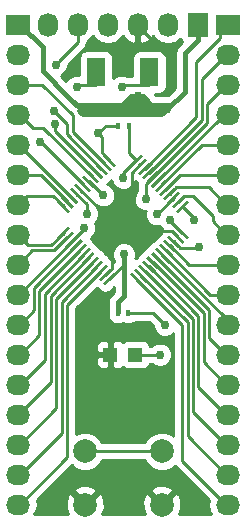
<source format=gtl>
G04 #@! TF.FileFunction,Copper,L1,Top,Signal*
%FSLAX46Y46*%
G04 Gerber Fmt 4.6, Leading zero omitted, Abs format (unit mm)*
G04 Created by KiCad (PCBNEW 4.0.4+e1-6308~48~ubuntu16.04.1-stable) date Wed Oct 26 20:07:28 2016*
%MOMM*%
%LPD*%
G01*
G04 APERTURE LIST*
%ADD10C,0.101600*%
%ADD11R,1.727200X2.032000*%
%ADD12O,1.727200X2.032000*%
%ADD13R,1.600200X2.400300*%
%ADD14C,2.000000*%
%ADD15R,2.032000X1.727200*%
%ADD16O,2.032000X1.727200*%
%ADD17R,0.400000X0.600000*%
%ADD18R,1.198880X1.198880*%
%ADD19C,0.762000*%
%ADD20C,0.254000*%
%ADD21C,0.400000*%
%ADD22C,0.500000*%
G04 APERTURE END LIST*
D10*
D11*
X198120000Y-81280000D03*
D12*
X195580000Y-81280000D03*
X193040000Y-81280000D03*
X190500000Y-81280000D03*
X187960000Y-81280000D03*
X185420000Y-81280000D03*
D13*
X189519560Y-85300000D03*
X194020440Y-85300000D03*
D10*
G36*
X190090621Y-92398311D02*
X190267398Y-92221534D01*
X191186637Y-93140773D01*
X191009860Y-93317550D01*
X190090621Y-92398311D01*
X190090621Y-92398311D01*
G37*
G36*
X189737068Y-92751864D02*
X189913845Y-92575087D01*
X190833084Y-93494326D01*
X190656307Y-93671103D01*
X189737068Y-92751864D01*
X189737068Y-92751864D01*
G37*
G36*
X189383514Y-93105418D02*
X189560291Y-92928641D01*
X190479530Y-93847880D01*
X190302753Y-94024657D01*
X189383514Y-93105418D01*
X189383514Y-93105418D01*
G37*
G36*
X189029961Y-93458971D02*
X189206738Y-93282194D01*
X190125977Y-94201433D01*
X189949200Y-94378210D01*
X189029961Y-93458971D01*
X189029961Y-93458971D01*
G37*
G36*
X188676408Y-93812524D02*
X188853185Y-93635747D01*
X189772424Y-94554986D01*
X189595647Y-94731763D01*
X188676408Y-93812524D01*
X188676408Y-93812524D01*
G37*
G36*
X188322854Y-94166078D02*
X188499631Y-93989301D01*
X189418870Y-94908540D01*
X189242093Y-95085317D01*
X188322854Y-94166078D01*
X188322854Y-94166078D01*
G37*
G36*
X187969301Y-94519631D02*
X188146078Y-94342854D01*
X189065317Y-95262093D01*
X188888540Y-95438870D01*
X187969301Y-94519631D01*
X187969301Y-94519631D01*
G37*
G36*
X187615747Y-94873185D02*
X187792524Y-94696408D01*
X188711763Y-95615647D01*
X188534986Y-95792424D01*
X187615747Y-94873185D01*
X187615747Y-94873185D01*
G37*
G36*
X187262194Y-95226738D02*
X187438971Y-95049961D01*
X188358210Y-95969200D01*
X188181433Y-96145977D01*
X187262194Y-95226738D01*
X187262194Y-95226738D01*
G37*
G36*
X186908641Y-95580291D02*
X187085418Y-95403514D01*
X188004657Y-96322753D01*
X187827880Y-96499530D01*
X186908641Y-95580291D01*
X186908641Y-95580291D01*
G37*
G36*
X186555087Y-95933845D02*
X186731864Y-95757068D01*
X187651103Y-96676307D01*
X187474326Y-96853084D01*
X186555087Y-95933845D01*
X186555087Y-95933845D01*
G37*
G36*
X186201534Y-96287398D02*
X186378311Y-96110621D01*
X187297550Y-97029860D01*
X187120773Y-97206637D01*
X186201534Y-96287398D01*
X186201534Y-96287398D01*
G37*
G36*
X186378311Y-99469379D02*
X186201534Y-99292602D01*
X187120773Y-98373363D01*
X187297550Y-98550140D01*
X186378311Y-99469379D01*
X186378311Y-99469379D01*
G37*
G36*
X186731864Y-99822932D02*
X186555087Y-99646155D01*
X187474326Y-98726916D01*
X187651103Y-98903693D01*
X186731864Y-99822932D01*
X186731864Y-99822932D01*
G37*
G36*
X187085418Y-100176486D02*
X186908641Y-99999709D01*
X187827880Y-99080470D01*
X188004657Y-99257247D01*
X187085418Y-100176486D01*
X187085418Y-100176486D01*
G37*
G36*
X187438971Y-100530039D02*
X187262194Y-100353262D01*
X188181433Y-99434023D01*
X188358210Y-99610800D01*
X187438971Y-100530039D01*
X187438971Y-100530039D01*
G37*
G36*
X187792524Y-100883592D02*
X187615747Y-100706815D01*
X188534986Y-99787576D01*
X188711763Y-99964353D01*
X187792524Y-100883592D01*
X187792524Y-100883592D01*
G37*
G36*
X188146078Y-101237146D02*
X187969301Y-101060369D01*
X188888540Y-100141130D01*
X189065317Y-100317907D01*
X188146078Y-101237146D01*
X188146078Y-101237146D01*
G37*
G36*
X188499631Y-101590699D02*
X188322854Y-101413922D01*
X189242093Y-100494683D01*
X189418870Y-100671460D01*
X188499631Y-101590699D01*
X188499631Y-101590699D01*
G37*
G36*
X188853185Y-101944253D02*
X188676408Y-101767476D01*
X189595647Y-100848237D01*
X189772424Y-101025014D01*
X188853185Y-101944253D01*
X188853185Y-101944253D01*
G37*
G36*
X189206738Y-102297806D02*
X189029961Y-102121029D01*
X189949200Y-101201790D01*
X190125977Y-101378567D01*
X189206738Y-102297806D01*
X189206738Y-102297806D01*
G37*
G36*
X189560291Y-102651359D02*
X189383514Y-102474582D01*
X190302753Y-101555343D01*
X190479530Y-101732120D01*
X189560291Y-102651359D01*
X189560291Y-102651359D01*
G37*
G36*
X189913845Y-103004913D02*
X189737068Y-102828136D01*
X190656307Y-101908897D01*
X190833084Y-102085674D01*
X189913845Y-103004913D01*
X189913845Y-103004913D01*
G37*
G36*
X190267398Y-103358466D02*
X190090621Y-103181689D01*
X191009860Y-102262450D01*
X191186637Y-102439227D01*
X190267398Y-103358466D01*
X190267398Y-103358466D01*
G37*
G36*
X192353363Y-102439227D02*
X192530140Y-102262450D01*
X193449379Y-103181689D01*
X193272602Y-103358466D01*
X192353363Y-102439227D01*
X192353363Y-102439227D01*
G37*
G36*
X192706916Y-102085674D02*
X192883693Y-101908897D01*
X193802932Y-102828136D01*
X193626155Y-103004913D01*
X192706916Y-102085674D01*
X192706916Y-102085674D01*
G37*
G36*
X193060470Y-101732120D02*
X193237247Y-101555343D01*
X194156486Y-102474582D01*
X193979709Y-102651359D01*
X193060470Y-101732120D01*
X193060470Y-101732120D01*
G37*
G36*
X193414023Y-101378567D02*
X193590800Y-101201790D01*
X194510039Y-102121029D01*
X194333262Y-102297806D01*
X193414023Y-101378567D01*
X193414023Y-101378567D01*
G37*
G36*
X193767576Y-101025014D02*
X193944353Y-100848237D01*
X194863592Y-101767476D01*
X194686815Y-101944253D01*
X193767576Y-101025014D01*
X193767576Y-101025014D01*
G37*
G36*
X194121130Y-100671460D02*
X194297907Y-100494683D01*
X195217146Y-101413922D01*
X195040369Y-101590699D01*
X194121130Y-100671460D01*
X194121130Y-100671460D01*
G37*
G36*
X194474683Y-100317907D02*
X194651460Y-100141130D01*
X195570699Y-101060369D01*
X195393922Y-101237146D01*
X194474683Y-100317907D01*
X194474683Y-100317907D01*
G37*
G36*
X194828237Y-99964353D02*
X195005014Y-99787576D01*
X195924253Y-100706815D01*
X195747476Y-100883592D01*
X194828237Y-99964353D01*
X194828237Y-99964353D01*
G37*
G36*
X195181790Y-99610800D02*
X195358567Y-99434023D01*
X196277806Y-100353262D01*
X196101029Y-100530039D01*
X195181790Y-99610800D01*
X195181790Y-99610800D01*
G37*
G36*
X195535343Y-99257247D02*
X195712120Y-99080470D01*
X196631359Y-99999709D01*
X196454582Y-100176486D01*
X195535343Y-99257247D01*
X195535343Y-99257247D01*
G37*
G36*
X195888897Y-98903693D02*
X196065674Y-98726916D01*
X196984913Y-99646155D01*
X196808136Y-99822932D01*
X195888897Y-98903693D01*
X195888897Y-98903693D01*
G37*
G36*
X196242450Y-98550140D02*
X196419227Y-98373363D01*
X197338466Y-99292602D01*
X197161689Y-99469379D01*
X196242450Y-98550140D01*
X196242450Y-98550140D01*
G37*
G36*
X196419227Y-97206637D02*
X196242450Y-97029860D01*
X197161689Y-96110621D01*
X197338466Y-96287398D01*
X196419227Y-97206637D01*
X196419227Y-97206637D01*
G37*
G36*
X196065674Y-96853084D02*
X195888897Y-96676307D01*
X196808136Y-95757068D01*
X196984913Y-95933845D01*
X196065674Y-96853084D01*
X196065674Y-96853084D01*
G37*
G36*
X195712120Y-96499530D02*
X195535343Y-96322753D01*
X196454582Y-95403514D01*
X196631359Y-95580291D01*
X195712120Y-96499530D01*
X195712120Y-96499530D01*
G37*
G36*
X195358567Y-96145977D02*
X195181790Y-95969200D01*
X196101029Y-95049961D01*
X196277806Y-95226738D01*
X195358567Y-96145977D01*
X195358567Y-96145977D01*
G37*
G36*
X195005014Y-95792424D02*
X194828237Y-95615647D01*
X195747476Y-94696408D01*
X195924253Y-94873185D01*
X195005014Y-95792424D01*
X195005014Y-95792424D01*
G37*
G36*
X194651460Y-95438870D02*
X194474683Y-95262093D01*
X195393922Y-94342854D01*
X195570699Y-94519631D01*
X194651460Y-95438870D01*
X194651460Y-95438870D01*
G37*
G36*
X194297907Y-95085317D02*
X194121130Y-94908540D01*
X195040369Y-93989301D01*
X195217146Y-94166078D01*
X194297907Y-95085317D01*
X194297907Y-95085317D01*
G37*
G36*
X193944353Y-94731763D02*
X193767576Y-94554986D01*
X194686815Y-93635747D01*
X194863592Y-93812524D01*
X193944353Y-94731763D01*
X193944353Y-94731763D01*
G37*
G36*
X193590800Y-94378210D02*
X193414023Y-94201433D01*
X194333262Y-93282194D01*
X194510039Y-93458971D01*
X193590800Y-94378210D01*
X193590800Y-94378210D01*
G37*
G36*
X193237247Y-94024657D02*
X193060470Y-93847880D01*
X193979709Y-92928641D01*
X194156486Y-93105418D01*
X193237247Y-94024657D01*
X193237247Y-94024657D01*
G37*
G36*
X192883693Y-93671103D02*
X192706916Y-93494326D01*
X193626155Y-92575087D01*
X193802932Y-92751864D01*
X192883693Y-93671103D01*
X192883693Y-93671103D01*
G37*
G36*
X192530140Y-93317550D02*
X192353363Y-93140773D01*
X193272602Y-92221534D01*
X193449379Y-92398311D01*
X192530140Y-93317550D01*
X192530140Y-93317550D01*
G37*
D14*
X195072000Y-117420000D03*
X195072000Y-121920000D03*
X188572000Y-117420000D03*
X188572000Y-121920000D03*
D15*
X182880000Y-81280000D03*
D16*
X182880000Y-83820000D03*
X182880000Y-86360000D03*
X182880000Y-88900000D03*
X182880000Y-91440000D03*
X182880000Y-93980000D03*
X182880000Y-96520000D03*
X182880000Y-99060000D03*
X182880000Y-101600000D03*
X182880000Y-104140000D03*
X182880000Y-106680000D03*
X182880000Y-109220000D03*
X182880000Y-111760000D03*
X182880000Y-114300000D03*
X182880000Y-116840000D03*
X182880000Y-119380000D03*
X182880000Y-121920000D03*
D15*
X200660000Y-81280000D03*
D16*
X200660000Y-83820000D03*
X200660000Y-86360000D03*
X200660000Y-88900000D03*
X200660000Y-91440000D03*
X200660000Y-93980000D03*
X200660000Y-96520000D03*
X200660000Y-99060000D03*
X200660000Y-101600000D03*
X200660000Y-104140000D03*
X200660000Y-106680000D03*
X200660000Y-109220000D03*
X200660000Y-111760000D03*
X200660000Y-114300000D03*
X200660000Y-116840000D03*
X200660000Y-119380000D03*
X200660000Y-121920000D03*
D17*
X192250000Y-89850000D03*
X191350000Y-89850000D03*
X191320000Y-105664000D03*
X192220000Y-105664000D03*
D18*
X192819020Y-109220000D03*
X190720980Y-109220000D03*
D19*
X188700000Y-97300000D03*
X193025000Y-87325000D03*
X195525000Y-88450000D03*
X191850000Y-100730000D03*
X191810000Y-94250000D03*
X188620400Y-109220000D03*
X195834000Y-86614000D03*
X192531994Y-95758000D03*
X190410000Y-96960000D03*
X197800000Y-97850000D03*
X198200000Y-100150000D03*
X184775000Y-91200000D03*
X186075000Y-84675000D03*
X194680000Y-97350000D03*
X188484781Y-98523522D03*
X193701990Y-96062294D03*
X185950000Y-88625000D03*
X187850000Y-86580000D03*
X191680000Y-86530000D03*
X186000000Y-89700000D03*
X189700000Y-90500000D03*
X195326000Y-106680000D03*
X195790000Y-97820000D03*
X190120000Y-95740000D03*
X194919600Y-109220000D03*
D20*
X188700000Y-96487767D02*
X188700000Y-96761185D01*
X187810202Y-95597969D02*
X188700000Y-96487767D01*
X188700000Y-96761185D02*
X188700000Y-97300000D01*
D21*
X187050000Y-87330000D02*
X188100000Y-88380000D01*
X188100000Y-88380000D02*
X188100000Y-88600000D01*
D20*
X188170000Y-88450000D02*
X188170000Y-88595000D01*
D22*
X188170000Y-88595000D02*
X188425000Y-88850000D01*
X188425000Y-88850000D02*
X195125000Y-88850000D01*
X195125000Y-88850000D02*
X195525000Y-88450000D01*
D21*
X193025000Y-87325000D02*
X193450000Y-87325000D01*
X193450000Y-87325000D02*
X194175000Y-88050000D01*
X194175000Y-88050000D02*
X195775000Y-88050000D01*
X195775000Y-88050000D02*
X195775000Y-88200000D01*
X195775000Y-88200000D02*
X195525000Y-88450000D01*
X191900000Y-88075000D02*
X191900000Y-87900000D01*
X192471201Y-87328799D02*
X193021201Y-87328799D01*
X191900000Y-87900000D02*
X192471201Y-87328799D01*
D22*
X192500000Y-87950000D02*
X192325000Y-88125000D01*
X192325000Y-88125000D02*
X192100000Y-88125000D01*
X192100000Y-88125000D02*
X192150000Y-88175000D01*
X192150000Y-88175000D02*
X192925000Y-88175000D01*
X192900000Y-87850000D02*
X192125000Y-87850000D01*
D20*
X192125000Y-87850000D02*
X191900000Y-88075000D01*
D22*
X192950000Y-88150000D02*
X193825000Y-88150000D01*
X193825000Y-88150000D02*
X193900000Y-88225000D01*
X193900000Y-88225000D02*
X193775000Y-88225000D01*
X193775000Y-88225000D02*
X193300000Y-87750000D01*
D20*
X193375000Y-87850000D02*
X193375000Y-87825000D01*
X193375000Y-87825000D02*
X193300000Y-87750000D01*
X192925000Y-88175000D02*
X192950000Y-88150000D01*
X192938815Y-87950000D02*
X192500000Y-87950000D01*
X193025000Y-87325000D02*
X193025000Y-87863815D01*
D22*
X193025000Y-87325000D02*
X192644001Y-87705999D01*
D21*
X187048799Y-87328799D02*
X187795000Y-88075000D01*
X187795000Y-88075000D02*
X191900000Y-88075000D01*
X188170000Y-88450000D02*
X195500000Y-88450000D01*
X191850000Y-100730000D02*
X191850000Y-104275000D01*
X191850000Y-104275000D02*
X191325000Y-104800000D01*
X191325000Y-104800000D02*
X191325000Y-105575000D01*
D20*
X193021201Y-87328799D02*
X193025000Y-87325000D01*
X192250000Y-89975000D02*
X192250000Y-92118171D01*
X192250000Y-92118171D02*
X192901371Y-92769542D01*
D21*
X198120000Y-81280000D02*
X198120000Y-82550000D01*
X198120000Y-82550000D02*
X197000000Y-83670000D01*
X197000000Y-86975000D02*
X195525000Y-88450000D01*
X197000000Y-83670000D02*
X197000000Y-86975000D01*
D20*
X182880000Y-81280000D02*
X183032400Y-81280000D01*
D21*
X183032400Y-81280000D02*
X184970000Y-83217600D01*
X184970000Y-83217600D02*
X184970000Y-85250000D01*
X184970000Y-85250000D02*
X187048799Y-87328799D01*
D20*
X187048799Y-87328799D02*
X187048799Y-87371377D01*
X191850000Y-101268815D02*
X191850000Y-100730000D01*
X190638629Y-102810458D02*
X191850000Y-101599087D01*
X191850000Y-101599087D02*
X191850000Y-101268815D01*
X192901371Y-92769542D02*
X192900458Y-92769542D01*
X192900458Y-92769542D02*
X191810000Y-93860000D01*
X191810000Y-93860000D02*
X191810000Y-94250000D01*
X190720980Y-109220000D02*
X188620400Y-109220000D01*
X195834000Y-86075185D02*
X195834000Y-86614000D01*
X193040000Y-81280000D02*
X193040000Y-81432400D01*
X193040000Y-81432400D02*
X195834000Y-84226400D01*
X195834000Y-84226400D02*
X195834000Y-86075185D01*
X192531994Y-97551994D02*
X192531994Y-96296815D01*
X193724595Y-98744595D02*
X192531994Y-97551994D01*
X195906576Y-98744595D02*
X193724595Y-98744595D01*
X196436905Y-99274924D02*
X195906576Y-98744595D01*
X192531994Y-96296815D02*
X192531994Y-95758000D01*
X192531994Y-95219185D02*
X192531994Y-95758000D01*
X192531994Y-93846025D02*
X192531994Y-95219185D01*
X193254924Y-93123095D02*
X192531994Y-93846025D01*
X190809740Y-101932241D02*
X190809740Y-97359740D01*
X190285076Y-102456905D02*
X190809740Y-101932241D01*
X190809740Y-97359740D02*
X190790999Y-97340999D01*
X190790999Y-97340999D02*
X190410000Y-96960000D01*
X188163755Y-95244416D02*
X189879339Y-96960000D01*
X189879339Y-96960000D02*
X190410000Y-96960000D01*
X197800000Y-97668171D02*
X197800000Y-97850000D01*
X196790458Y-96658629D02*
X197800000Y-97668171D01*
X196083351Y-99628478D02*
X196613680Y-100158807D01*
X196613680Y-100158807D02*
X198191193Y-100158807D01*
X198191193Y-100158807D02*
X198200000Y-100150000D01*
X184826447Y-91200000D02*
X184775000Y-91200000D01*
X188517309Y-94890862D02*
X184826447Y-91200000D01*
X186455999Y-84294001D02*
X186075000Y-84675000D01*
X187960000Y-82790000D02*
X186455999Y-84294001D01*
X187960000Y-81280000D02*
X187960000Y-82790000D01*
X188572000Y-117420000D02*
X189986213Y-117420000D01*
X189986213Y-117420000D02*
X195072000Y-117420000D01*
X194684873Y-97350000D02*
X194680000Y-97350000D01*
X196083351Y-95951522D02*
X194684873Y-97350000D01*
X187456649Y-95951522D02*
X182945127Y-91440000D01*
X182945127Y-91440000D02*
X182880000Y-91440000D01*
X187103095Y-96298095D02*
X184805000Y-94000000D01*
X184805000Y-94000000D02*
X182900000Y-94000000D01*
X182900000Y-94000000D02*
X182880000Y-93980000D01*
X186749542Y-96658629D02*
X185848913Y-95758000D01*
X185848913Y-95758000D02*
X183642000Y-95758000D01*
X183642000Y-95758000D02*
X182880000Y-96520000D01*
X186749542Y-98921371D02*
X185721913Y-99949000D01*
X185721913Y-99949000D02*
X183769000Y-99949000D01*
X183769000Y-99949000D02*
X182880000Y-99060000D01*
X187103095Y-99274924D02*
X187075076Y-99274924D01*
X187075076Y-99274924D02*
X185943790Y-100406210D01*
X185943790Y-100406210D02*
X184073790Y-100406210D01*
X184073790Y-100406210D02*
X182880000Y-101600000D01*
X188484781Y-98600346D02*
X188484781Y-98523522D01*
X187456649Y-99628478D02*
X188484781Y-98600346D01*
X187456649Y-99628478D02*
X182945127Y-104140000D01*
X182945127Y-104140000D02*
X182880000Y-104140000D01*
X183032400Y-106680000D02*
X182880000Y-106680000D01*
X184226210Y-103566023D02*
X184226210Y-105486190D01*
X187810202Y-99982031D02*
X184226210Y-103566023D01*
X184226210Y-105486190D02*
X183032400Y-106680000D01*
X183032400Y-109220000D02*
X182880000Y-109220000D01*
X184683421Y-103815918D02*
X184683421Y-107568979D01*
X188163755Y-100335584D02*
X184683421Y-103815918D01*
X184683421Y-107568979D02*
X183032400Y-109220000D01*
X198628844Y-105709505D02*
X198628844Y-109881244D01*
X200507600Y-111760000D02*
X200660000Y-111760000D01*
X198628844Y-109881244D02*
X200507600Y-111760000D01*
X194315584Y-101396245D02*
X198628844Y-105709505D01*
X200507600Y-109220000D02*
X200660000Y-109220000D01*
X199086055Y-107798455D02*
X200507600Y-109220000D01*
X199086055Y-105459608D02*
X199086055Y-107798455D01*
X194669138Y-101042691D02*
X199086055Y-105459608D01*
X195022691Y-100689138D02*
X200660000Y-106326447D01*
X200660000Y-106326447D02*
X200660000Y-106680000D01*
X195376245Y-100335584D02*
X195385584Y-100335584D01*
X195385584Y-100335584D02*
X199190000Y-104140000D01*
X199190000Y-104140000D02*
X200660000Y-104140000D01*
X195729798Y-99982031D02*
X197347767Y-101600000D01*
X197347767Y-101600000D02*
X200660000Y-101600000D01*
X199390000Y-97942400D02*
X200507600Y-99060000D01*
X196967234Y-95774747D02*
X197688535Y-95774747D01*
X196436905Y-96305076D02*
X196967234Y-95774747D01*
X197688535Y-95774747D02*
X199390000Y-97476212D01*
X199390000Y-97476212D02*
X199390000Y-97942400D01*
X200507600Y-99060000D02*
X200660000Y-99060000D01*
X188517309Y-100689138D02*
X188510862Y-100689138D01*
X188510862Y-100689138D02*
X185140632Y-104059368D01*
X185140632Y-104059368D02*
X185140632Y-109651768D01*
X185140632Y-109651768D02*
X183032400Y-111760000D01*
X183032400Y-111760000D02*
X182880000Y-111760000D01*
X188870862Y-101042691D02*
X188857309Y-101042691D01*
X188857309Y-101042691D02*
X185650000Y-104250000D01*
X185650000Y-104250000D02*
X185650000Y-111550000D01*
X185650000Y-111550000D02*
X182900000Y-114300000D01*
X182900000Y-114300000D02*
X182880000Y-114300000D01*
X183032400Y-116840000D02*
X182880000Y-116840000D01*
X186135578Y-113736822D02*
X183032400Y-116840000D01*
X189224416Y-101396245D02*
X186135578Y-104485083D01*
X186135578Y-104485083D02*
X186135578Y-113736822D01*
X195729798Y-95597969D02*
X196260127Y-95067640D01*
X196260127Y-95067640D02*
X199055240Y-95067640D01*
X199055240Y-95067640D02*
X200507600Y-96520000D01*
X200507600Y-96520000D02*
X200660000Y-96520000D01*
X195376245Y-95244416D02*
X196640661Y-93980000D01*
X196640661Y-93980000D02*
X200660000Y-93980000D01*
X195022691Y-94890862D02*
X198473553Y-91440000D01*
X198473553Y-91440000D02*
X200660000Y-91440000D01*
X194669138Y-94537309D02*
X200306447Y-88900000D01*
X200306447Y-88900000D02*
X200660000Y-88900000D01*
X193962031Y-93830202D02*
X198442789Y-89349444D01*
X198442789Y-89349444D02*
X198442789Y-85884811D01*
X198442789Y-85884811D02*
X200507600Y-83820000D01*
X200507600Y-83820000D02*
X200660000Y-83820000D01*
X193608478Y-93476649D02*
X197985578Y-89099549D01*
X197985578Y-84414422D02*
X199980000Y-82420000D01*
X197985578Y-89099549D02*
X197985578Y-84414422D01*
X199980000Y-82420000D02*
X199980000Y-81810000D01*
X200130000Y-81810000D02*
X200660000Y-81280000D01*
X199980000Y-81810000D02*
X200130000Y-81810000D01*
X186592789Y-115819611D02*
X183032400Y-119380000D01*
X183032400Y-119380000D02*
X182880000Y-119380000D01*
X186592789Y-104734978D02*
X186592789Y-115819611D01*
X189577969Y-101749798D02*
X186592789Y-104734978D01*
X189931522Y-102103351D02*
X187050000Y-104984873D01*
X187050000Y-104984873D02*
X187050000Y-117902400D01*
X183032400Y-121920000D02*
X182880000Y-121920000D01*
X187050000Y-117902400D02*
X183032400Y-121920000D01*
X192901371Y-102810458D02*
X196800000Y-106709087D01*
X196800000Y-106709087D02*
X196800000Y-118212400D01*
X196800000Y-118212400D02*
X200507600Y-121920000D01*
X200507600Y-121920000D02*
X200660000Y-121920000D01*
X197257211Y-116129611D02*
X200507600Y-119380000D01*
X200507600Y-119380000D02*
X200660000Y-119380000D01*
X193254924Y-102456905D02*
X197257211Y-106459192D01*
X197257211Y-106459192D02*
X197257211Y-116129611D01*
X200507600Y-116840000D02*
X200660000Y-116840000D01*
X197714422Y-114046822D02*
X200507600Y-116840000D01*
X197714422Y-106209295D02*
X197714422Y-114046822D01*
X193608478Y-102103351D02*
X197714422Y-106209295D01*
X200507600Y-114300000D02*
X200660000Y-114300000D01*
X198171633Y-111964033D02*
X200507600Y-114300000D01*
X193962031Y-101749798D02*
X198171633Y-105959400D01*
X198171633Y-105959400D02*
X198171633Y-111964033D01*
X190285076Y-93123095D02*
X187568413Y-90406432D01*
X187568413Y-90406432D02*
X187568413Y-88968413D01*
X187568413Y-88968413D02*
X184960000Y-86360000D01*
X184960000Y-86360000D02*
X184150000Y-86360000D01*
X184150000Y-86360000D02*
X182880000Y-86360000D01*
X194315584Y-94183755D02*
X193701990Y-94797349D01*
X193701990Y-95523479D02*
X193701990Y-96062294D01*
X193701990Y-94797349D02*
X193701990Y-95523479D01*
X194315584Y-94183755D02*
X198900000Y-89599339D01*
X198900000Y-89599339D02*
X198900000Y-87967600D01*
X198900000Y-87967600D02*
X200507600Y-86360000D01*
X200507600Y-86360000D02*
X200660000Y-86360000D01*
X186330999Y-89005999D02*
X185950000Y-88625000D01*
X187011202Y-89686202D02*
X186330999Y-89005999D01*
X187011202Y-90556329D02*
X187011202Y-89686202D01*
X189931522Y-93476649D02*
X187011202Y-90556329D01*
X188070000Y-86360000D02*
X187850000Y-86580000D01*
X189519560Y-86360000D02*
X188070000Y-86360000D01*
X194020440Y-86360000D02*
X191850000Y-86360000D01*
X191850000Y-86360000D02*
X191680000Y-86530000D01*
X189577969Y-93830202D02*
X186000000Y-90252233D01*
X186000000Y-90252233D02*
X186000000Y-90238815D01*
X186000000Y-90238815D02*
X186000000Y-89700000D01*
X189224416Y-94183755D02*
X185040661Y-90000000D01*
X185040661Y-90000000D02*
X184500000Y-90000000D01*
X184500000Y-90000000D02*
X184482400Y-90017600D01*
X184482400Y-90017600D02*
X184150000Y-90017600D01*
X184150000Y-90017600D02*
X183032400Y-88900000D01*
X183032400Y-88900000D02*
X182880000Y-88900000D01*
X189700000Y-90500000D02*
X189700000Y-90475000D01*
X189700000Y-90475000D02*
X190325000Y-89850000D01*
X190325000Y-89850000D02*
X191300000Y-89850000D01*
X190638629Y-92769542D02*
X189975000Y-92105913D01*
X189975000Y-92105913D02*
X189975000Y-90775000D01*
X189975000Y-90775000D02*
X189700000Y-90500000D01*
X192250000Y-105675000D02*
X194321000Y-105675000D01*
X194321000Y-105675000D02*
X194945001Y-106299001D01*
X194945001Y-106299001D02*
X195326000Y-106680000D01*
X196790458Y-98921371D02*
X196790458Y-98920458D01*
X196790458Y-98920458D02*
X195790000Y-97920000D01*
X195790000Y-97920000D02*
X195790000Y-97820000D01*
X190073553Y-95740000D02*
X190120000Y-95740000D01*
X188870862Y-94537309D02*
X190073553Y-95740000D01*
X192819020Y-109220000D02*
X194919600Y-109220000D01*
G36*
X193685106Y-118344943D02*
X194144637Y-118805278D01*
X194745352Y-119054716D01*
X195395795Y-119055284D01*
X195996943Y-118806894D01*
X196177773Y-118626380D01*
X196261185Y-118751215D01*
X199051865Y-121541895D01*
X198976655Y-121920000D01*
X199090729Y-122493489D01*
X199251433Y-122734000D01*
X196513776Y-122734000D01*
X196717908Y-122184539D01*
X196693856Y-121534540D01*
X196491387Y-121045736D01*
X196224532Y-120947073D01*
X195251605Y-121920000D01*
X195265748Y-121934143D01*
X195086143Y-122113748D01*
X195072000Y-122099605D01*
X195057858Y-122113748D01*
X194878253Y-121934143D01*
X194892395Y-121920000D01*
X193919468Y-120947073D01*
X193652613Y-121045736D01*
X193426092Y-121655461D01*
X193450144Y-122305460D01*
X193627651Y-122734000D01*
X190013776Y-122734000D01*
X190217908Y-122184539D01*
X190193856Y-121534540D01*
X189991387Y-121045736D01*
X189724532Y-120947073D01*
X188751605Y-121920000D01*
X188765748Y-121934143D01*
X188586143Y-122113748D01*
X188572000Y-122099605D01*
X188557858Y-122113748D01*
X188378253Y-121934143D01*
X188392395Y-121920000D01*
X187419468Y-120947073D01*
X187152613Y-121045736D01*
X186926092Y-121655461D01*
X186950144Y-122305460D01*
X187127651Y-122734000D01*
X184288567Y-122734000D01*
X184449271Y-122493489D01*
X184563345Y-121920000D01*
X184488135Y-121541895D01*
X185262562Y-120767468D01*
X187599073Y-120767468D01*
X188572000Y-121740395D01*
X189544927Y-120767468D01*
X194099073Y-120767468D01*
X195072000Y-121740395D01*
X196044927Y-120767468D01*
X195946264Y-120500613D01*
X195336539Y-120274092D01*
X194686540Y-120298144D01*
X194197736Y-120500613D01*
X194099073Y-120767468D01*
X189544927Y-120767468D01*
X189446264Y-120500613D01*
X188836539Y-120274092D01*
X188186540Y-120298144D01*
X187697736Y-120500613D01*
X187599073Y-120767468D01*
X185262562Y-120767468D01*
X187434878Y-118595152D01*
X187644637Y-118805278D01*
X188245352Y-119054716D01*
X188895795Y-119055284D01*
X189496943Y-118806894D01*
X189957278Y-118347363D01*
X190025943Y-118182000D01*
X193617779Y-118182000D01*
X193685106Y-118344943D01*
X193685106Y-118344943D01*
G37*
X193685106Y-118344943D02*
X194144637Y-118805278D01*
X194745352Y-119054716D01*
X195395795Y-119055284D01*
X195996943Y-118806894D01*
X196177773Y-118626380D01*
X196261185Y-118751215D01*
X199051865Y-121541895D01*
X198976655Y-121920000D01*
X199090729Y-122493489D01*
X199251433Y-122734000D01*
X196513776Y-122734000D01*
X196717908Y-122184539D01*
X196693856Y-121534540D01*
X196491387Y-121045736D01*
X196224532Y-120947073D01*
X195251605Y-121920000D01*
X195265748Y-121934143D01*
X195086143Y-122113748D01*
X195072000Y-122099605D01*
X195057858Y-122113748D01*
X194878253Y-121934143D01*
X194892395Y-121920000D01*
X193919468Y-120947073D01*
X193652613Y-121045736D01*
X193426092Y-121655461D01*
X193450144Y-122305460D01*
X193627651Y-122734000D01*
X190013776Y-122734000D01*
X190217908Y-122184539D01*
X190193856Y-121534540D01*
X189991387Y-121045736D01*
X189724532Y-120947073D01*
X188751605Y-121920000D01*
X188765748Y-121934143D01*
X188586143Y-122113748D01*
X188572000Y-122099605D01*
X188557858Y-122113748D01*
X188378253Y-121934143D01*
X188392395Y-121920000D01*
X187419468Y-120947073D01*
X187152613Y-121045736D01*
X186926092Y-121655461D01*
X186950144Y-122305460D01*
X187127651Y-122734000D01*
X184288567Y-122734000D01*
X184449271Y-122493489D01*
X184563345Y-121920000D01*
X184488135Y-121541895D01*
X185262562Y-120767468D01*
X187599073Y-120767468D01*
X188572000Y-121740395D01*
X189544927Y-120767468D01*
X194099073Y-120767468D01*
X195072000Y-121740395D01*
X196044927Y-120767468D01*
X195946264Y-120500613D01*
X195336539Y-120274092D01*
X194686540Y-120298144D01*
X194197736Y-120500613D01*
X194099073Y-120767468D01*
X189544927Y-120767468D01*
X189446264Y-120500613D01*
X188836539Y-120274092D01*
X188186540Y-120298144D01*
X187697736Y-120500613D01*
X187599073Y-120767468D01*
X185262562Y-120767468D01*
X187434878Y-118595152D01*
X187644637Y-118805278D01*
X188245352Y-119054716D01*
X188895795Y-119055284D01*
X189496943Y-118806894D01*
X189957278Y-118347363D01*
X190025943Y-118182000D01*
X193617779Y-118182000D01*
X193685106Y-118344943D01*
G36*
X191015000Y-103929132D02*
X190734566Y-104209566D01*
X190553561Y-104480459D01*
X190490000Y-104800000D01*
X190490000Y-105277879D01*
X190472560Y-105364000D01*
X190472560Y-105964000D01*
X190516838Y-106199317D01*
X190655910Y-106415441D01*
X190868110Y-106560431D01*
X191120000Y-106611440D01*
X191520000Y-106611440D01*
X191755317Y-106567162D01*
X191766979Y-106559658D01*
X191768110Y-106560431D01*
X192020000Y-106611440D01*
X192420000Y-106611440D01*
X192655317Y-106567162D01*
X192857594Y-106437000D01*
X194005370Y-106437000D01*
X194309946Y-106741576D01*
X194309824Y-106881208D01*
X194464175Y-107254766D01*
X194749731Y-107540821D01*
X195123018Y-107695824D01*
X195527208Y-107696176D01*
X195900766Y-107541825D01*
X196038000Y-107404830D01*
X196038000Y-116073427D01*
X195999363Y-116034722D01*
X195398648Y-115785284D01*
X194748205Y-115784716D01*
X194147057Y-116033106D01*
X193686722Y-116492637D01*
X193618057Y-116658000D01*
X190026221Y-116658000D01*
X189958894Y-116495057D01*
X189499363Y-116034722D01*
X188898648Y-115785284D01*
X188248205Y-115784716D01*
X187812000Y-115964953D01*
X187812000Y-109505750D01*
X189486540Y-109505750D01*
X189486540Y-109945750D01*
X189583213Y-110179139D01*
X189761842Y-110357767D01*
X189995231Y-110454440D01*
X190435230Y-110454440D01*
X190593980Y-110295690D01*
X190593980Y-109347000D01*
X189645290Y-109347000D01*
X189486540Y-109505750D01*
X187812000Y-109505750D01*
X187812000Y-108494250D01*
X189486540Y-108494250D01*
X189486540Y-108934250D01*
X189645290Y-109093000D01*
X190593980Y-109093000D01*
X190593980Y-108144310D01*
X190847980Y-108144310D01*
X190847980Y-109093000D01*
X190867980Y-109093000D01*
X190867980Y-109347000D01*
X190847980Y-109347000D01*
X190847980Y-110295690D01*
X191006730Y-110454440D01*
X191446729Y-110454440D01*
X191680118Y-110357767D01*
X191762331Y-110275555D01*
X191967690Y-110415871D01*
X192219580Y-110466880D01*
X193418460Y-110466880D01*
X193653777Y-110422602D01*
X193869901Y-110283530D01*
X194014891Y-110071330D01*
X194032981Y-109982000D01*
X194244682Y-109982000D01*
X194343331Y-110080821D01*
X194716618Y-110235824D01*
X195120808Y-110236176D01*
X195494366Y-110081825D01*
X195780421Y-109796269D01*
X195935424Y-109422982D01*
X195935776Y-109018792D01*
X195781425Y-108645234D01*
X195495869Y-108359179D01*
X195122582Y-108204176D01*
X194718392Y-108203824D01*
X194344834Y-108358175D01*
X194244835Y-108458000D01*
X194035312Y-108458000D01*
X194021622Y-108385243D01*
X193882550Y-108169119D01*
X193670350Y-108024129D01*
X193418460Y-107973120D01*
X192219580Y-107973120D01*
X191984263Y-108017398D01*
X191768139Y-108156470D01*
X191762544Y-108164659D01*
X191680118Y-108082233D01*
X191446729Y-107985560D01*
X191006730Y-107985560D01*
X190847980Y-108144310D01*
X190593980Y-108144310D01*
X190435230Y-107985560D01*
X189995231Y-107985560D01*
X189761842Y-108082233D01*
X189583213Y-108260861D01*
X189486540Y-108494250D01*
X187812000Y-108494250D01*
X187812000Y-105300503D01*
X189564836Y-103547668D01*
X189574590Y-103551708D01*
X189632812Y-103639498D01*
X189809589Y-103816275D01*
X190007292Y-103951360D01*
X190258454Y-104005844D01*
X190511025Y-103958320D01*
X190725207Y-103816275D01*
X191015000Y-103526482D01*
X191015000Y-103929132D01*
X191015000Y-103929132D01*
G37*
X191015000Y-103929132D02*
X190734566Y-104209566D01*
X190553561Y-104480459D01*
X190490000Y-104800000D01*
X190490000Y-105277879D01*
X190472560Y-105364000D01*
X190472560Y-105964000D01*
X190516838Y-106199317D01*
X190655910Y-106415441D01*
X190868110Y-106560431D01*
X191120000Y-106611440D01*
X191520000Y-106611440D01*
X191755317Y-106567162D01*
X191766979Y-106559658D01*
X191768110Y-106560431D01*
X192020000Y-106611440D01*
X192420000Y-106611440D01*
X192655317Y-106567162D01*
X192857594Y-106437000D01*
X194005370Y-106437000D01*
X194309946Y-106741576D01*
X194309824Y-106881208D01*
X194464175Y-107254766D01*
X194749731Y-107540821D01*
X195123018Y-107695824D01*
X195527208Y-107696176D01*
X195900766Y-107541825D01*
X196038000Y-107404830D01*
X196038000Y-116073427D01*
X195999363Y-116034722D01*
X195398648Y-115785284D01*
X194748205Y-115784716D01*
X194147057Y-116033106D01*
X193686722Y-116492637D01*
X193618057Y-116658000D01*
X190026221Y-116658000D01*
X189958894Y-116495057D01*
X189499363Y-116034722D01*
X188898648Y-115785284D01*
X188248205Y-115784716D01*
X187812000Y-115964953D01*
X187812000Y-109505750D01*
X189486540Y-109505750D01*
X189486540Y-109945750D01*
X189583213Y-110179139D01*
X189761842Y-110357767D01*
X189995231Y-110454440D01*
X190435230Y-110454440D01*
X190593980Y-110295690D01*
X190593980Y-109347000D01*
X189645290Y-109347000D01*
X189486540Y-109505750D01*
X187812000Y-109505750D01*
X187812000Y-108494250D01*
X189486540Y-108494250D01*
X189486540Y-108934250D01*
X189645290Y-109093000D01*
X190593980Y-109093000D01*
X190593980Y-108144310D01*
X190847980Y-108144310D01*
X190847980Y-109093000D01*
X190867980Y-109093000D01*
X190867980Y-109347000D01*
X190847980Y-109347000D01*
X190847980Y-110295690D01*
X191006730Y-110454440D01*
X191446729Y-110454440D01*
X191680118Y-110357767D01*
X191762331Y-110275555D01*
X191967690Y-110415871D01*
X192219580Y-110466880D01*
X193418460Y-110466880D01*
X193653777Y-110422602D01*
X193869901Y-110283530D01*
X194014891Y-110071330D01*
X194032981Y-109982000D01*
X194244682Y-109982000D01*
X194343331Y-110080821D01*
X194716618Y-110235824D01*
X195120808Y-110236176D01*
X195494366Y-110081825D01*
X195780421Y-109796269D01*
X195935424Y-109422982D01*
X195935776Y-109018792D01*
X195781425Y-108645234D01*
X195495869Y-108359179D01*
X195122582Y-108204176D01*
X194718392Y-108203824D01*
X194344834Y-108358175D01*
X194244835Y-108458000D01*
X194035312Y-108458000D01*
X194021622Y-108385243D01*
X193882550Y-108169119D01*
X193670350Y-108024129D01*
X193418460Y-107973120D01*
X192219580Y-107973120D01*
X191984263Y-108017398D01*
X191768139Y-108156470D01*
X191762544Y-108164659D01*
X191680118Y-108082233D01*
X191446729Y-107985560D01*
X191006730Y-107985560D01*
X190847980Y-108144310D01*
X190593980Y-108144310D01*
X190435230Y-107985560D01*
X189995231Y-107985560D01*
X189761842Y-108082233D01*
X189583213Y-108260861D01*
X189486540Y-108494250D01*
X187812000Y-108494250D01*
X187812000Y-105300503D01*
X189564836Y-103547668D01*
X189574590Y-103551708D01*
X189632812Y-103639498D01*
X189809589Y-103816275D01*
X190007292Y-103951360D01*
X190258454Y-104005844D01*
X190511025Y-103958320D01*
X190725207Y-103816275D01*
X191015000Y-103526482D01*
X191015000Y-103929132D01*
G36*
X190793824Y-94451208D02*
X190948175Y-94824766D01*
X191233731Y-95110821D01*
X191607018Y-95265824D01*
X192011208Y-95266176D01*
X192384766Y-95111825D01*
X192670821Y-94826269D01*
X192806035Y-94500639D01*
X192888312Y-94556857D01*
X192956214Y-94659242D01*
X192965595Y-94668623D01*
X192939990Y-94797349D01*
X192939990Y-95387376D01*
X192841169Y-95486025D01*
X192686166Y-95859312D01*
X192685814Y-96263502D01*
X192840165Y-96637060D01*
X193125721Y-96923115D01*
X193499008Y-97078118D01*
X193692716Y-97078287D01*
X193664176Y-97147018D01*
X193663824Y-97551208D01*
X193818175Y-97924766D01*
X194103731Y-98210821D01*
X194477018Y-98365824D01*
X194881208Y-98366176D01*
X194911235Y-98353769D01*
X194928175Y-98394766D01*
X195204949Y-98672023D01*
X195077534Y-98799438D01*
X195003143Y-98908312D01*
X194900758Y-98976214D01*
X194723981Y-99152991D01*
X194649590Y-99261865D01*
X194547205Y-99329767D01*
X194370428Y-99506544D01*
X194296037Y-99615419D01*
X194193651Y-99683321D01*
X194016874Y-99860098D01*
X193942483Y-99968972D01*
X193840098Y-100036874D01*
X193663321Y-100213651D01*
X193588930Y-100322526D01*
X193486544Y-100390428D01*
X193309767Y-100567205D01*
X193235376Y-100676079D01*
X193132991Y-100743981D01*
X192956214Y-100920758D01*
X192881823Y-101029632D01*
X192804358Y-101081007D01*
X192865824Y-100932982D01*
X192866176Y-100528792D01*
X192711825Y-100155234D01*
X192426269Y-99869179D01*
X192052982Y-99714176D01*
X191648792Y-99713824D01*
X191275234Y-99868175D01*
X190989179Y-100153731D01*
X190834176Y-100527018D01*
X190833824Y-100931208D01*
X190988175Y-101304766D01*
X191015000Y-101331638D01*
X191015000Y-101356456D01*
X191005314Y-101366142D01*
X190995562Y-101362102D01*
X190937339Y-101274311D01*
X190760562Y-101097534D01*
X190651688Y-101023143D01*
X190583786Y-100920758D01*
X190407009Y-100743981D01*
X190298135Y-100669590D01*
X190230233Y-100567205D01*
X190053456Y-100390428D01*
X189944581Y-100316037D01*
X189876679Y-100213651D01*
X189699902Y-100036874D01*
X189591028Y-99962483D01*
X189523126Y-99860098D01*
X189346349Y-99683321D01*
X189237474Y-99608930D01*
X189169572Y-99506544D01*
X189051641Y-99388613D01*
X189059547Y-99385347D01*
X189345602Y-99099791D01*
X189500605Y-98726504D01*
X189500957Y-98322314D01*
X189387957Y-98048832D01*
X189560821Y-97876269D01*
X189715824Y-97502982D01*
X189716176Y-97098792D01*
X189561825Y-96725234D01*
X189462000Y-96625235D01*
X189462000Y-96518947D01*
X189543731Y-96600821D01*
X189917018Y-96755824D01*
X190321208Y-96756176D01*
X190694766Y-96601825D01*
X190980821Y-96316269D01*
X191135824Y-95942982D01*
X191136176Y-95538792D01*
X190981825Y-95165234D01*
X190696269Y-94879179D01*
X190461383Y-94781645D01*
X190583786Y-94659242D01*
X190658177Y-94550368D01*
X190760562Y-94482466D01*
X190793826Y-94449202D01*
X190793824Y-94451208D01*
X190793824Y-94451208D01*
G37*
X190793824Y-94451208D02*
X190948175Y-94824766D01*
X191233731Y-95110821D01*
X191607018Y-95265824D01*
X192011208Y-95266176D01*
X192384766Y-95111825D01*
X192670821Y-94826269D01*
X192806035Y-94500639D01*
X192888312Y-94556857D01*
X192956214Y-94659242D01*
X192965595Y-94668623D01*
X192939990Y-94797349D01*
X192939990Y-95387376D01*
X192841169Y-95486025D01*
X192686166Y-95859312D01*
X192685814Y-96263502D01*
X192840165Y-96637060D01*
X193125721Y-96923115D01*
X193499008Y-97078118D01*
X193692716Y-97078287D01*
X193664176Y-97147018D01*
X193663824Y-97551208D01*
X193818175Y-97924766D01*
X194103731Y-98210821D01*
X194477018Y-98365824D01*
X194881208Y-98366176D01*
X194911235Y-98353769D01*
X194928175Y-98394766D01*
X195204949Y-98672023D01*
X195077534Y-98799438D01*
X195003143Y-98908312D01*
X194900758Y-98976214D01*
X194723981Y-99152991D01*
X194649590Y-99261865D01*
X194547205Y-99329767D01*
X194370428Y-99506544D01*
X194296037Y-99615419D01*
X194193651Y-99683321D01*
X194016874Y-99860098D01*
X193942483Y-99968972D01*
X193840098Y-100036874D01*
X193663321Y-100213651D01*
X193588930Y-100322526D01*
X193486544Y-100390428D01*
X193309767Y-100567205D01*
X193235376Y-100676079D01*
X193132991Y-100743981D01*
X192956214Y-100920758D01*
X192881823Y-101029632D01*
X192804358Y-101081007D01*
X192865824Y-100932982D01*
X192866176Y-100528792D01*
X192711825Y-100155234D01*
X192426269Y-99869179D01*
X192052982Y-99714176D01*
X191648792Y-99713824D01*
X191275234Y-99868175D01*
X190989179Y-100153731D01*
X190834176Y-100527018D01*
X190833824Y-100931208D01*
X190988175Y-101304766D01*
X191015000Y-101331638D01*
X191015000Y-101356456D01*
X191005314Y-101366142D01*
X190995562Y-101362102D01*
X190937339Y-101274311D01*
X190760562Y-101097534D01*
X190651688Y-101023143D01*
X190583786Y-100920758D01*
X190407009Y-100743981D01*
X190298135Y-100669590D01*
X190230233Y-100567205D01*
X190053456Y-100390428D01*
X189944581Y-100316037D01*
X189876679Y-100213651D01*
X189699902Y-100036874D01*
X189591028Y-99962483D01*
X189523126Y-99860098D01*
X189346349Y-99683321D01*
X189237474Y-99608930D01*
X189169572Y-99506544D01*
X189051641Y-99388613D01*
X189059547Y-99385347D01*
X189345602Y-99099791D01*
X189500605Y-98726504D01*
X189500957Y-98322314D01*
X189387957Y-98048832D01*
X189560821Y-97876269D01*
X189715824Y-97502982D01*
X189716176Y-97098792D01*
X189561825Y-96725234D01*
X189462000Y-96625235D01*
X189462000Y-96518947D01*
X189543731Y-96600821D01*
X189917018Y-96755824D01*
X190321208Y-96756176D01*
X190694766Y-96601825D01*
X190980821Y-96316269D01*
X191135824Y-95942982D01*
X191136176Y-95538792D01*
X190981825Y-95165234D01*
X190696269Y-94879179D01*
X190461383Y-94781645D01*
X190583786Y-94659242D01*
X190658177Y-94550368D01*
X190760562Y-94482466D01*
X190793826Y-94449202D01*
X190793824Y-94451208D01*
G36*
X193167000Y-81153000D02*
X193187000Y-81153000D01*
X193187000Y-81407000D01*
X193167000Y-81407000D01*
X193167000Y-82766217D01*
X193399026Y-82887358D01*
X193414791Y-82884709D01*
X193942036Y-82630732D01*
X194313539Y-82214931D01*
X194520330Y-82524415D01*
X195006511Y-82849271D01*
X195580000Y-82963345D01*
X196153489Y-82849271D01*
X196639670Y-82524415D01*
X196649243Y-82510087D01*
X196653238Y-82531317D01*
X196772491Y-82716641D01*
X196409566Y-83079566D01*
X196228561Y-83350459D01*
X196165000Y-83670000D01*
X196165000Y-86629132D01*
X195579132Y-87215000D01*
X194520868Y-87215000D01*
X194453458Y-87147590D01*
X194820540Y-87147590D01*
X195055857Y-87103312D01*
X195271981Y-86964240D01*
X195416971Y-86752040D01*
X195467980Y-86500150D01*
X195467980Y-84099850D01*
X195423702Y-83864533D01*
X195284630Y-83648409D01*
X195072430Y-83503419D01*
X194820540Y-83452410D01*
X193220340Y-83452410D01*
X192985023Y-83496688D01*
X192768899Y-83635760D01*
X192623909Y-83847960D01*
X192572900Y-84099850D01*
X192572900Y-85598000D01*
X192084852Y-85598000D01*
X191882982Y-85514176D01*
X191478792Y-85513824D01*
X191105234Y-85668175D01*
X190967100Y-85806068D01*
X190967100Y-84099850D01*
X190922822Y-83864533D01*
X190783750Y-83648409D01*
X190571550Y-83503419D01*
X190319660Y-83452410D01*
X188719460Y-83452410D01*
X188484143Y-83496688D01*
X188268019Y-83635760D01*
X188123029Y-83847960D01*
X188072020Y-84099850D01*
X188072020Y-85572081D01*
X188052982Y-85564176D01*
X187648792Y-85563824D01*
X187275234Y-85718175D01*
X186989179Y-86003731D01*
X186964363Y-86063495D01*
X186499699Y-85598831D01*
X186649766Y-85536825D01*
X186935821Y-85251269D01*
X187090824Y-84877982D01*
X187090947Y-84736683D01*
X188498816Y-83328815D01*
X188597834Y-83180623D01*
X188663996Y-83081605D01*
X188722000Y-82790000D01*
X188722000Y-82723312D01*
X189019670Y-82524415D01*
X189230000Y-82209634D01*
X189440330Y-82524415D01*
X189926511Y-82849271D01*
X190500000Y-82963345D01*
X191073489Y-82849271D01*
X191559670Y-82524415D01*
X191766461Y-82214931D01*
X192137964Y-82630732D01*
X192665209Y-82884709D01*
X192680974Y-82887358D01*
X192913000Y-82766217D01*
X192913000Y-81407000D01*
X192893000Y-81407000D01*
X192893000Y-81153000D01*
X192913000Y-81153000D01*
X192913000Y-81133000D01*
X193167000Y-81133000D01*
X193167000Y-81153000D01*
X193167000Y-81153000D01*
G37*
X193167000Y-81153000D02*
X193187000Y-81153000D01*
X193187000Y-81407000D01*
X193167000Y-81407000D01*
X193167000Y-82766217D01*
X193399026Y-82887358D01*
X193414791Y-82884709D01*
X193942036Y-82630732D01*
X194313539Y-82214931D01*
X194520330Y-82524415D01*
X195006511Y-82849271D01*
X195580000Y-82963345D01*
X196153489Y-82849271D01*
X196639670Y-82524415D01*
X196649243Y-82510087D01*
X196653238Y-82531317D01*
X196772491Y-82716641D01*
X196409566Y-83079566D01*
X196228561Y-83350459D01*
X196165000Y-83670000D01*
X196165000Y-86629132D01*
X195579132Y-87215000D01*
X194520868Y-87215000D01*
X194453458Y-87147590D01*
X194820540Y-87147590D01*
X195055857Y-87103312D01*
X195271981Y-86964240D01*
X195416971Y-86752040D01*
X195467980Y-86500150D01*
X195467980Y-84099850D01*
X195423702Y-83864533D01*
X195284630Y-83648409D01*
X195072430Y-83503419D01*
X194820540Y-83452410D01*
X193220340Y-83452410D01*
X192985023Y-83496688D01*
X192768899Y-83635760D01*
X192623909Y-83847960D01*
X192572900Y-84099850D01*
X192572900Y-85598000D01*
X192084852Y-85598000D01*
X191882982Y-85514176D01*
X191478792Y-85513824D01*
X191105234Y-85668175D01*
X190967100Y-85806068D01*
X190967100Y-84099850D01*
X190922822Y-83864533D01*
X190783750Y-83648409D01*
X190571550Y-83503419D01*
X190319660Y-83452410D01*
X188719460Y-83452410D01*
X188484143Y-83496688D01*
X188268019Y-83635760D01*
X188123029Y-83847960D01*
X188072020Y-84099850D01*
X188072020Y-85572081D01*
X188052982Y-85564176D01*
X187648792Y-85563824D01*
X187275234Y-85718175D01*
X186989179Y-86003731D01*
X186964363Y-86063495D01*
X186499699Y-85598831D01*
X186649766Y-85536825D01*
X186935821Y-85251269D01*
X187090824Y-84877982D01*
X187090947Y-84736683D01*
X188498816Y-83328815D01*
X188597834Y-83180623D01*
X188663996Y-83081605D01*
X188722000Y-82790000D01*
X188722000Y-82723312D01*
X189019670Y-82524415D01*
X189230000Y-82209634D01*
X189440330Y-82524415D01*
X189926511Y-82849271D01*
X190500000Y-82963345D01*
X191073489Y-82849271D01*
X191559670Y-82524415D01*
X191766461Y-82214931D01*
X192137964Y-82630732D01*
X192665209Y-82884709D01*
X192680974Y-82887358D01*
X192913000Y-82766217D01*
X192913000Y-81407000D01*
X192893000Y-81407000D01*
X192893000Y-81153000D01*
X192913000Y-81153000D01*
X192913000Y-81133000D01*
X193167000Y-81133000D01*
X193167000Y-81153000D01*
G36*
X183007000Y-83693000D02*
X183027000Y-83693000D01*
X183027000Y-83947000D01*
X183007000Y-83947000D01*
X183007000Y-83967000D01*
X182753000Y-83967000D01*
X182753000Y-83947000D01*
X182733000Y-83947000D01*
X182733000Y-83693000D01*
X182753000Y-83693000D01*
X182753000Y-83673000D01*
X183007000Y-83673000D01*
X183007000Y-83693000D01*
X183007000Y-83693000D01*
G37*
X183007000Y-83693000D02*
X183027000Y-83693000D01*
X183027000Y-83947000D01*
X183007000Y-83947000D01*
X183007000Y-83967000D01*
X182753000Y-83967000D01*
X182753000Y-83947000D01*
X182733000Y-83947000D01*
X182733000Y-83693000D01*
X182753000Y-83693000D01*
X182753000Y-83673000D01*
X183007000Y-83673000D01*
X183007000Y-83693000D01*
M02*

</source>
